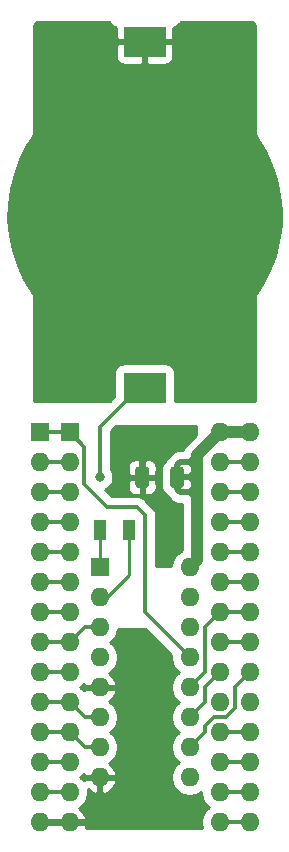
<source format=gtl>
%TF.GenerationSoftware,KiCad,Pcbnew,(5.1.9)-1*%
%TF.CreationDate,2021-05-18T21:14:00+08:00*%
%TF.ProjectId,SmartWatchRedux-E-SMT,536d6172-7457-4617-9463-685265647578,rev?*%
%TF.SameCoordinates,Original*%
%TF.FileFunction,Copper,L1,Top*%
%TF.FilePolarity,Positive*%
%FSLAX46Y46*%
G04 Gerber Fmt 4.6, Leading zero omitted, Abs format (unit mm)*
G04 Created by KiCad (PCBNEW (5.1.9)-1) date 2021-05-18 21:14:00*
%MOMM*%
%LPD*%
G01*
G04 APERTURE LIST*
%TA.AperFunction,SMDPad,CuDef*%
%ADD10R,1.000000X1.800000*%
%TD*%
%TA.AperFunction,SMDPad,CuDef*%
%ADD11R,3.600000X2.600000*%
%TD*%
%TA.AperFunction,ComponentPad*%
%ADD12O,1.600000X1.600000*%
%TD*%
%TA.AperFunction,ComponentPad*%
%ADD13R,1.600000X1.600000*%
%TD*%
%TA.AperFunction,ViaPad*%
%ADD14C,0.800000*%
%TD*%
%TA.AperFunction,Conductor*%
%ADD15C,0.350000*%
%TD*%
%TA.AperFunction,Conductor*%
%ADD16C,0.500000*%
%TD*%
%TA.AperFunction,Conductor*%
%ADD17C,1.000000*%
%TD*%
%TA.AperFunction,Conductor*%
%ADD18C,0.250000*%
%TD*%
%TA.AperFunction,Conductor*%
%ADD19C,0.254000*%
%TD*%
%TA.AperFunction,Conductor*%
%ADD20C,0.100000*%
%TD*%
G04 APERTURE END LIST*
D10*
%TO.P,Y1,2*%
%TO.N,/XTAL2*%
X115550000Y-71755000D03*
%TO.P,Y1,1*%
%TO.N,/XTAL1*%
X113050000Y-71755000D03*
%TD*%
D11*
%TO.P,BAT1,1*%
%TO.N,Net-(BAT1-Pad1)*%
X116840000Y-59735000D03*
%TO.P,BAT1,2*%
%TO.N,GND*%
X116840000Y-30435000D03*
%TD*%
%TO.P,C1,2*%
%TO.N,GND*%
%TA.AperFunction,SMDPad,CuDef*%
G36*
G01*
X117210000Y-66659999D02*
X117210000Y-67960001D01*
G75*
G02*
X116960001Y-68210000I-249999J0D01*
G01*
X116309999Y-68210000D01*
G75*
G02*
X116060000Y-67960001I0J249999D01*
G01*
X116060000Y-66659999D01*
G75*
G02*
X116309999Y-66410000I249999J0D01*
G01*
X116960001Y-66410000D01*
G75*
G02*
X117210000Y-66659999I0J-249999D01*
G01*
G37*
%TD.AperFunction*%
%TO.P,C1,1*%
%TO.N,VCC*%
%TA.AperFunction,SMDPad,CuDef*%
G36*
G01*
X120160000Y-66659999D02*
X120160000Y-67960001D01*
G75*
G02*
X119910001Y-68210000I-249999J0D01*
G01*
X119259999Y-68210000D01*
G75*
G02*
X119010000Y-67960001I0J249999D01*
G01*
X119010000Y-66659999D01*
G75*
G02*
X119259999Y-66410000I249999J0D01*
G01*
X119910001Y-66410000D01*
G75*
G02*
X120160000Y-66659999I0J-249999D01*
G01*
G37*
%TD.AperFunction*%
%TD*%
D12*
%TO.P,CN1,28*%
%TO.N,VCC*%
X123190000Y-63500000D03*
%TO.P,CN1,14*%
%TO.N,GND*%
X107950000Y-96520000D03*
%TO.P,CN1,27*%
%TO.N,Net-(CN1-Pad27)*%
X123190000Y-66040000D03*
%TO.P,CN1,13*%
%TO.N,Net-(CN1-Pad13)*%
X107950000Y-93980000D03*
%TO.P,CN1,26*%
%TO.N,Net-(CN1-Pad26)*%
X123190000Y-68580000D03*
%TO.P,CN1,12*%
%TO.N,Net-(CN1-Pad12)*%
X107950000Y-91440000D03*
%TO.P,CN1,25*%
%TO.N,Net-(CN1-Pad25)*%
X123190000Y-71120000D03*
%TO.P,CN1,11*%
%TO.N,Net-(CN1-Pad11)*%
X107950000Y-88900000D03*
%TO.P,CN1,24*%
%TO.N,Net-(CN1-Pad24)*%
X123190000Y-73660000D03*
%TO.P,CN1,10*%
%TO.N,Net-(CN1-Pad10)*%
X107950000Y-86360000D03*
%TO.P,CN1,23*%
%TO.N,Net-(CN1-Pad23)*%
X123190000Y-76200000D03*
%TO.P,CN1,9*%
%TO.N,Net-(CN1-Pad9)*%
X107950000Y-83820000D03*
%TO.P,CN1,22*%
%TO.N,Net-(CN1-Pad22)*%
X123190000Y-78740000D03*
%TO.P,CN1,8*%
%TO.N,Net-(CN1-Pad8)*%
X107950000Y-81280000D03*
%TO.P,CN1,21*%
%TO.N,Net-(CN1-Pad21)*%
X123190000Y-81280000D03*
%TO.P,CN1,7*%
%TO.N,Net-(CN1-Pad7)*%
X107950000Y-78740000D03*
%TO.P,CN1,20*%
%TO.N,Net-(CN1-Pad20)*%
X123190000Y-83820000D03*
%TO.P,CN1,6*%
%TO.N,Net-(CN1-Pad6)*%
X107950000Y-76200000D03*
%TO.P,CN1,19*%
%TO.N,Net-(CN1-Pad19)*%
X123190000Y-86360000D03*
%TO.P,CN1,5*%
%TO.N,Net-(CN1-Pad5)*%
X107950000Y-73660000D03*
%TO.P,CN1,18*%
%TO.N,Net-(CN1-Pad18)*%
X123190000Y-88900000D03*
%TO.P,CN1,4*%
%TO.N,Net-(CN1-Pad4)*%
X107950000Y-71120000D03*
%TO.P,CN1,17*%
%TO.N,Net-(CN1-Pad17)*%
X123190000Y-91440000D03*
%TO.P,CN1,3*%
%TO.N,Net-(CN1-Pad3)*%
X107950000Y-68580000D03*
%TO.P,CN1,16*%
%TO.N,Net-(CN1-Pad16)*%
X123190000Y-93980000D03*
%TO.P,CN1,2*%
%TO.N,Net-(CN1-Pad2)*%
X107950000Y-66040000D03*
%TO.P,CN1,15*%
%TO.N,Net-(CN1-Pad15)*%
X123190000Y-96520000D03*
D13*
%TO.P,CN1,1*%
%TO.N,Net-(CN1-Pad1)*%
X107950000Y-63500000D03*
%TD*%
D12*
%TO.P,U1,28*%
%TO.N,VCC*%
X125730000Y-63500000D03*
%TO.P,U1,14*%
%TO.N,GND*%
X110490000Y-96520000D03*
%TO.P,U1,27*%
%TO.N,Net-(CN1-Pad27)*%
X125730000Y-66040000D03*
%TO.P,U1,13*%
%TO.N,Net-(CN1-Pad13)*%
X110490000Y-93980000D03*
%TO.P,U1,26*%
%TO.N,Net-(CN1-Pad26)*%
X125730000Y-68580000D03*
%TO.P,U1,12*%
%TO.N,Net-(CN1-Pad12)*%
X110490000Y-91440000D03*
%TO.P,U1,25*%
%TO.N,Net-(CN1-Pad25)*%
X125730000Y-71120000D03*
%TO.P,U1,11*%
%TO.N,Net-(CN1-Pad11)*%
X110490000Y-88900000D03*
%TO.P,U1,24*%
%TO.N,Net-(CN1-Pad24)*%
X125730000Y-73660000D03*
%TO.P,U1,10*%
%TO.N,Net-(CN1-Pad10)*%
X110490000Y-86360000D03*
%TO.P,U1,23*%
%TO.N,Net-(CN1-Pad23)*%
X125730000Y-76200000D03*
%TO.P,U1,9*%
%TO.N,Net-(CN1-Pad9)*%
X110490000Y-83820000D03*
%TO.P,U1,22*%
%TO.N,Net-(CN1-Pad22)*%
X125730000Y-78740000D03*
%TO.P,U1,8*%
%TO.N,Net-(CN1-Pad8)*%
X110490000Y-81280000D03*
%TO.P,U1,21*%
%TO.N,Net-(CN1-Pad21)*%
X125730000Y-81280000D03*
%TO.P,U1,7*%
%TO.N,Net-(CN1-Pad7)*%
X110490000Y-78740000D03*
%TO.P,U1,20*%
%TO.N,Net-(U1-Pad20)*%
X125730000Y-83820000D03*
%TO.P,U1,6*%
%TO.N,Net-(CN1-Pad6)*%
X110490000Y-76200000D03*
%TO.P,U1,19*%
%TO.N,Net-(CN1-Pad19)*%
X125730000Y-86360000D03*
%TO.P,U1,5*%
%TO.N,Net-(CN1-Pad5)*%
X110490000Y-73660000D03*
%TO.P,U1,18*%
%TO.N,Net-(CN1-Pad18)*%
X125730000Y-88900000D03*
%TO.P,U1,4*%
%TO.N,Net-(CN1-Pad4)*%
X110490000Y-71120000D03*
%TO.P,U1,17*%
%TO.N,Net-(CN1-Pad17)*%
X125730000Y-91440000D03*
%TO.P,U1,3*%
%TO.N,Net-(CN1-Pad3)*%
X110490000Y-68580000D03*
%TO.P,U1,16*%
%TO.N,Net-(CN1-Pad16)*%
X125730000Y-93980000D03*
%TO.P,U1,2*%
%TO.N,Net-(CN1-Pad2)*%
X110490000Y-66040000D03*
%TO.P,U1,15*%
%TO.N,Net-(CN1-Pad15)*%
X125730000Y-96520000D03*
D13*
%TO.P,U1,1*%
%TO.N,Net-(CN1-Pad1)*%
X110490000Y-63500000D03*
%TD*%
D12*
%TO.P,U2,16*%
%TO.N,VCC*%
X120650000Y-74930000D03*
%TO.P,U2,8*%
%TO.N,GND*%
X113030000Y-92710000D03*
%TO.P,U2,15*%
%TO.N,Net-(U2-Pad15)*%
X120650000Y-77470000D03*
%TO.P,U2,7*%
%TO.N,Net-(CN1-Pad11)*%
X113030000Y-90170000D03*
%TO.P,U2,14*%
%TO.N,GND*%
X120650000Y-80010000D03*
%TO.P,U2,6*%
%TO.N,Net-(CN1-Pad10)*%
X113030000Y-87630000D03*
%TO.P,U2,13*%
%TO.N,Net-(CN1-Pad1)*%
X120650000Y-82550000D03*
%TO.P,U2,5*%
%TO.N,GND*%
X113030000Y-85090000D03*
%TO.P,U2,12*%
%TO.N,Net-(CN1-Pad22)*%
X120650000Y-85090000D03*
%TO.P,U2,4*%
%TO.N,Net-(BAT1-Pad1)*%
X113030000Y-82550000D03*
%TO.P,U2,11*%
%TO.N,Net-(CN1-Pad20)*%
X120650000Y-87630000D03*
%TO.P,U2,3*%
%TO.N,Net-(CN1-Pad8)*%
X113030000Y-80010000D03*
%TO.P,U2,10*%
%TO.N,Net-(U1-Pad20)*%
X120650000Y-90170000D03*
%TO.P,U2,2*%
%TO.N,/XTAL2*%
X113030000Y-77470000D03*
%TO.P,U2,9*%
%TO.N,Net-(U2-Pad15)*%
X120650000Y-92710000D03*
D13*
%TO.P,U2,1*%
%TO.N,/XTAL1*%
X113030000Y-74930000D03*
%TD*%
D14*
%TO.N,Net-(BAT1-Pad1)*%
X113030000Y-67310000D03*
%TO.N,GND*%
X114935000Y-64770000D03*
X116840000Y-64770000D03*
X118745000Y-64770000D03*
X112395000Y-96520000D03*
X118745000Y-73660000D03*
X114935000Y-67310000D03*
X113030000Y-94615000D03*
X116840000Y-55245000D03*
X123190000Y-55245000D03*
X120015000Y-55245000D03*
X113665000Y-55245000D03*
X110490000Y-55245000D03*
X118745000Y-71755000D03*
X118745000Y-69850000D03*
X113665000Y-96520000D03*
%TD*%
D15*
%TO.N,Net-(BAT1-Pad1)*%
X116840000Y-59207400D02*
X116840000Y-59055000D01*
X113030000Y-63017400D02*
X116840000Y-59207400D01*
X113030000Y-67310000D02*
X113030000Y-63017400D01*
D16*
%TO.N,GND*%
X107950000Y-96520000D02*
X110490000Y-96520000D01*
X114935000Y-64770000D02*
X116840000Y-64770000D01*
X116840000Y-64770000D02*
X118745000Y-64770000D01*
X110490000Y-96520000D02*
X112395000Y-96520000D01*
X114935000Y-64770000D02*
X114935000Y-67310000D01*
X113030000Y-92710000D02*
X113030000Y-94615000D01*
X116635000Y-64975000D02*
X116840000Y-64770000D01*
X116635000Y-67310000D02*
X116635000Y-64975000D01*
X116840000Y-30435000D02*
X116840000Y-55245000D01*
X120015000Y-55245000D02*
X123190000Y-55245000D01*
X116840000Y-55245000D02*
X120015000Y-55245000D01*
X116840000Y-55245000D02*
X113665000Y-55245000D01*
X113665000Y-55245000D02*
X110490000Y-55245000D01*
X118745000Y-71755000D02*
X118745000Y-73660000D01*
X118745000Y-71755000D02*
X118745000Y-69850000D01*
X118745000Y-69850000D02*
X118745000Y-69215000D01*
X112395000Y-96520000D02*
X113665000Y-96520000D01*
%TO.N,VCC*%
X120650000Y-66040000D02*
X121285000Y-65405000D01*
D17*
X121285000Y-66040000D02*
X121285000Y-65405000D01*
D16*
X120650000Y-66040000D02*
X121285000Y-66040000D01*
X120650000Y-66040000D02*
X121285000Y-66675000D01*
D17*
X121285000Y-66675000D02*
X121285000Y-66040000D01*
X121285000Y-67310000D02*
X121285000Y-66675000D01*
X121285000Y-67945000D02*
X121285000Y-67310000D01*
X121285000Y-68580000D02*
X121285000Y-67945000D01*
D16*
X120650000Y-67310000D02*
X121285000Y-67945000D01*
X120650000Y-67310000D02*
X121285000Y-67310000D01*
X120650000Y-67310000D02*
X121285000Y-66675000D01*
X120650000Y-68580000D02*
X121285000Y-67945000D01*
X120650000Y-68580000D02*
X121285000Y-68580000D01*
X120650000Y-68580000D02*
X121285000Y-69215000D01*
D17*
X121285000Y-69215000D02*
X121285000Y-68580000D01*
D16*
X121285000Y-67310000D02*
X119585000Y-67310000D01*
X119585000Y-68340500D02*
X119585000Y-67310000D01*
X119824500Y-68580000D02*
X119585000Y-68340500D01*
X120650000Y-68580000D02*
X119824500Y-68580000D01*
X119585000Y-66279500D02*
X119585000Y-67310000D01*
X119824500Y-66040000D02*
X119585000Y-66279500D01*
X120650000Y-66040000D02*
X119824500Y-66040000D01*
D17*
X121285000Y-65405000D02*
X123190000Y-63500000D01*
X123190000Y-63500000D02*
X125730000Y-63500000D01*
X121285000Y-74295000D02*
X120650000Y-74930000D01*
X121285000Y-69215000D02*
X121285000Y-74295000D01*
D15*
%TO.N,Net-(CN1-Pad27)*%
X123190000Y-66040000D02*
X125730000Y-66040000D01*
%TO.N,Net-(CN1-Pad13)*%
X110490000Y-93980000D02*
X107950000Y-93980000D01*
%TO.N,Net-(CN1-Pad26)*%
X125730000Y-68580000D02*
X123190000Y-68580000D01*
%TO.N,Net-(CN1-Pad12)*%
X107950000Y-91440000D02*
X110490000Y-91440000D01*
%TO.N,Net-(CN1-Pad25)*%
X123190000Y-71120000D02*
X125730000Y-71120000D01*
%TO.N,Net-(CN1-Pad11)*%
X110490000Y-88900000D02*
X107950000Y-88900000D01*
X111760000Y-90170000D02*
X110490000Y-88900000D01*
X113030000Y-90170000D02*
X111760000Y-90170000D01*
%TO.N,Net-(CN1-Pad24)*%
X125730000Y-73660000D02*
X123190000Y-73660000D01*
%TO.N,Net-(CN1-Pad10)*%
X107950000Y-86360000D02*
X110490000Y-86360000D01*
X111760000Y-87630000D02*
X110490000Y-86360000D01*
X113030000Y-87630000D02*
X111760000Y-87630000D01*
%TO.N,Net-(CN1-Pad23)*%
X123190000Y-76200000D02*
X125730000Y-76200000D01*
%TO.N,Net-(CN1-Pad9)*%
X110490000Y-83820000D02*
X107950000Y-83820000D01*
%TO.N,Net-(CN1-Pad22)*%
X125730000Y-78740000D02*
X123190000Y-78740000D01*
X121920000Y-80010000D02*
X123190000Y-78740000D01*
X121920000Y-83820000D02*
X121920000Y-80010000D01*
X120650000Y-85090000D02*
X121920000Y-83820000D01*
%TO.N,Net-(CN1-Pad8)*%
X107950000Y-81280000D02*
X110490000Y-81280000D01*
X111760000Y-80010000D02*
X110490000Y-81280000D01*
X113030000Y-80010000D02*
X111760000Y-80010000D01*
%TO.N,Net-(CN1-Pad21)*%
X125730000Y-81280000D02*
X123190000Y-81280000D01*
%TO.N,Net-(CN1-Pad7)*%
X110490000Y-78740000D02*
X107950000Y-78740000D01*
%TO.N,Net-(CN1-Pad20)*%
X121920000Y-85090000D02*
X123190000Y-83820000D01*
X121920000Y-86360000D02*
X121920000Y-85090000D01*
X120650000Y-87630000D02*
X121920000Y-86360000D01*
%TO.N,Net-(CN1-Pad6)*%
X107950000Y-76200000D02*
X110490000Y-76200000D01*
%TO.N,Net-(CN1-Pad5)*%
X110490000Y-73660000D02*
X107950000Y-73660000D01*
%TO.N,Net-(CN1-Pad18)*%
X125730000Y-88900000D02*
X123190000Y-88900000D01*
%TO.N,Net-(CN1-Pad4)*%
X107950000Y-71120000D02*
X110490000Y-71120000D01*
%TO.N,Net-(CN1-Pad17)*%
X123190000Y-91440000D02*
X125730000Y-91440000D01*
%TO.N,Net-(CN1-Pad3)*%
X110490000Y-68580000D02*
X107950000Y-68580000D01*
%TO.N,Net-(CN1-Pad16)*%
X125730000Y-93980000D02*
X123190000Y-93980000D01*
%TO.N,Net-(CN1-Pad2)*%
X107950000Y-66040000D02*
X110490000Y-66040000D01*
%TO.N,Net-(CN1-Pad15)*%
X123190000Y-96520000D02*
X125730000Y-96520000D01*
%TO.N,Net-(CN1-Pad1)*%
X110490000Y-63500000D02*
X107950000Y-63500000D01*
X116840000Y-78740000D02*
X120650000Y-82550000D01*
X113665000Y-69850000D02*
X116205000Y-69850000D01*
X116840000Y-70485000D02*
X116840000Y-78740000D01*
X116205000Y-69850000D02*
X116840000Y-70485000D01*
X111715001Y-67900001D02*
X113665000Y-69850000D01*
X111715001Y-64725001D02*
X111715001Y-67900001D01*
X110490000Y-63500000D02*
X111715001Y-64725001D01*
%TO.N,Net-(U1-Pad20)*%
X124504999Y-85045001D02*
X125730000Y-83820000D01*
X123733002Y-87630000D02*
X124504999Y-86858003D01*
X124504999Y-86858003D02*
X124504999Y-85045001D01*
X121920000Y-88401997D02*
X121920000Y-88900000D01*
X120650000Y-90170000D02*
X121920000Y-88900000D01*
X122691997Y-87630000D02*
X123733002Y-87630000D01*
X121920000Y-88401997D02*
X122691997Y-87630000D01*
D18*
%TO.N,/XTAL2*%
X113665000Y-77470000D02*
X113030000Y-77470000D01*
X115550000Y-75585000D02*
X113665000Y-77470000D01*
X115550000Y-71755000D02*
X115550000Y-75585000D01*
%TO.N,/XTAL1*%
X113030000Y-71755000D02*
X113030000Y-74930000D01*
%TD*%
D19*
%TO.N,GND*%
X121158000Y-63747263D02*
X120436470Y-64468794D01*
X120388315Y-64508314D01*
X120230608Y-64700478D01*
X120113423Y-64919717D01*
X120080575Y-65028000D01*
X119874200Y-65028000D01*
X119824499Y-65023105D01*
X119774798Y-65028000D01*
X119774789Y-65028000D01*
X119626113Y-65042643D01*
X119435351Y-65100511D01*
X119259543Y-65194482D01*
X119105446Y-65320946D01*
X119073754Y-65359562D01*
X118904559Y-65528757D01*
X118865946Y-65560446D01*
X118739482Y-65714543D01*
X118677564Y-65830384D01*
X118541801Y-65941801D01*
X118415488Y-66095715D01*
X118321628Y-66271313D01*
X118263830Y-66461849D01*
X118244314Y-66659999D01*
X118244314Y-67960001D01*
X118263830Y-68158151D01*
X118321628Y-68348687D01*
X118415488Y-68524285D01*
X118541801Y-68678199D01*
X118677564Y-68789616D01*
X118739482Y-68905457D01*
X118865946Y-69059554D01*
X118904559Y-69091243D01*
X119073754Y-69260438D01*
X119105446Y-69299054D01*
X119259543Y-69425518D01*
X119435351Y-69519489D01*
X119626113Y-69577357D01*
X119774789Y-69592000D01*
X119774798Y-69592000D01*
X119824499Y-69596895D01*
X119874200Y-69592000D01*
X120023000Y-69592000D01*
X120023001Y-73499014D01*
X119910115Y-73545773D01*
X119654283Y-73716715D01*
X119436715Y-73934283D01*
X119265773Y-74190115D01*
X119148027Y-74474381D01*
X119088000Y-74776156D01*
X119088000Y-74803000D01*
X117777000Y-74803000D01*
X117777000Y-70531017D01*
X117781532Y-70485000D01*
X117777000Y-70438983D01*
X117777000Y-70438975D01*
X117763442Y-70301316D01*
X117709863Y-70124691D01*
X117622856Y-69961912D01*
X117505764Y-69819236D01*
X117470018Y-69789900D01*
X116900105Y-69219988D01*
X116870764Y-69184236D01*
X116728088Y-69067144D01*
X116565309Y-68980137D01*
X116388684Y-68926558D01*
X116251025Y-68913000D01*
X116251015Y-68913000D01*
X116205000Y-68908468D01*
X116158985Y-68913000D01*
X114053118Y-68913000D01*
X113509317Y-68369200D01*
X113580413Y-68339751D01*
X113770732Y-68212584D01*
X113773316Y-68210000D01*
X115421928Y-68210000D01*
X115434188Y-68334482D01*
X115470498Y-68454180D01*
X115529463Y-68564494D01*
X115608815Y-68661185D01*
X115705506Y-68740537D01*
X115815820Y-68799502D01*
X115935518Y-68835812D01*
X116060000Y-68848072D01*
X116349250Y-68845000D01*
X116508000Y-68686250D01*
X116508000Y-67437000D01*
X116762000Y-67437000D01*
X116762000Y-68686250D01*
X116920750Y-68845000D01*
X117210000Y-68848072D01*
X117334482Y-68835812D01*
X117454180Y-68799502D01*
X117564494Y-68740537D01*
X117661185Y-68661185D01*
X117740537Y-68564494D01*
X117799502Y-68454180D01*
X117835812Y-68334482D01*
X117848072Y-68210000D01*
X117845000Y-67595750D01*
X117686250Y-67437000D01*
X116762000Y-67437000D01*
X116508000Y-67437000D01*
X115583750Y-67437000D01*
X115425000Y-67595750D01*
X115421928Y-68210000D01*
X113773316Y-68210000D01*
X113932584Y-68050732D01*
X114059751Y-67860413D01*
X114147345Y-67648943D01*
X114192000Y-67424447D01*
X114192000Y-67195553D01*
X114147345Y-66971057D01*
X114059751Y-66759587D01*
X113967000Y-66620775D01*
X113967000Y-66410000D01*
X115421928Y-66410000D01*
X115425000Y-67024250D01*
X115583750Y-67183000D01*
X116508000Y-67183000D01*
X116508000Y-65933750D01*
X116762000Y-65933750D01*
X116762000Y-67183000D01*
X117686250Y-67183000D01*
X117845000Y-67024250D01*
X117848072Y-66410000D01*
X117835812Y-66285518D01*
X117799502Y-66165820D01*
X117740537Y-66055506D01*
X117661185Y-65958815D01*
X117564494Y-65879463D01*
X117454180Y-65820498D01*
X117334482Y-65784188D01*
X117210000Y-65771928D01*
X116920750Y-65775000D01*
X116762000Y-65933750D01*
X116508000Y-65933750D01*
X116349250Y-65775000D01*
X116060000Y-65771928D01*
X115935518Y-65784188D01*
X115815820Y-65820498D01*
X115705506Y-65879463D01*
X115608815Y-65958815D01*
X115529463Y-66055506D01*
X115470498Y-66165820D01*
X115434188Y-66285518D01*
X115421928Y-66410000D01*
X113967000Y-66410000D01*
X113967000Y-63405517D01*
X114380517Y-62992000D01*
X121158000Y-62992000D01*
X121158000Y-63747263D01*
%TA.AperFunction,Conductor*%
D20*
G36*
X121158000Y-63747263D02*
G01*
X120436470Y-64468794D01*
X120388315Y-64508314D01*
X120230608Y-64700478D01*
X120113423Y-64919717D01*
X120080575Y-65028000D01*
X119874200Y-65028000D01*
X119824499Y-65023105D01*
X119774798Y-65028000D01*
X119774789Y-65028000D01*
X119626113Y-65042643D01*
X119435351Y-65100511D01*
X119259543Y-65194482D01*
X119105446Y-65320946D01*
X119073754Y-65359562D01*
X118904559Y-65528757D01*
X118865946Y-65560446D01*
X118739482Y-65714543D01*
X118677564Y-65830384D01*
X118541801Y-65941801D01*
X118415488Y-66095715D01*
X118321628Y-66271313D01*
X118263830Y-66461849D01*
X118244314Y-66659999D01*
X118244314Y-67960001D01*
X118263830Y-68158151D01*
X118321628Y-68348687D01*
X118415488Y-68524285D01*
X118541801Y-68678199D01*
X118677564Y-68789616D01*
X118739482Y-68905457D01*
X118865946Y-69059554D01*
X118904559Y-69091243D01*
X119073754Y-69260438D01*
X119105446Y-69299054D01*
X119259543Y-69425518D01*
X119435351Y-69519489D01*
X119626113Y-69577357D01*
X119774789Y-69592000D01*
X119774798Y-69592000D01*
X119824499Y-69596895D01*
X119874200Y-69592000D01*
X120023000Y-69592000D01*
X120023001Y-73499014D01*
X119910115Y-73545773D01*
X119654283Y-73716715D01*
X119436715Y-73934283D01*
X119265773Y-74190115D01*
X119148027Y-74474381D01*
X119088000Y-74776156D01*
X119088000Y-74803000D01*
X117777000Y-74803000D01*
X117777000Y-70531017D01*
X117781532Y-70485000D01*
X117777000Y-70438983D01*
X117777000Y-70438975D01*
X117763442Y-70301316D01*
X117709863Y-70124691D01*
X117622856Y-69961912D01*
X117505764Y-69819236D01*
X117470018Y-69789900D01*
X116900105Y-69219988D01*
X116870764Y-69184236D01*
X116728088Y-69067144D01*
X116565309Y-68980137D01*
X116388684Y-68926558D01*
X116251025Y-68913000D01*
X116251015Y-68913000D01*
X116205000Y-68908468D01*
X116158985Y-68913000D01*
X114053118Y-68913000D01*
X113509317Y-68369200D01*
X113580413Y-68339751D01*
X113770732Y-68212584D01*
X113773316Y-68210000D01*
X115421928Y-68210000D01*
X115434188Y-68334482D01*
X115470498Y-68454180D01*
X115529463Y-68564494D01*
X115608815Y-68661185D01*
X115705506Y-68740537D01*
X115815820Y-68799502D01*
X115935518Y-68835812D01*
X116060000Y-68848072D01*
X116349250Y-68845000D01*
X116508000Y-68686250D01*
X116508000Y-67437000D01*
X116762000Y-67437000D01*
X116762000Y-68686250D01*
X116920750Y-68845000D01*
X117210000Y-68848072D01*
X117334482Y-68835812D01*
X117454180Y-68799502D01*
X117564494Y-68740537D01*
X117661185Y-68661185D01*
X117740537Y-68564494D01*
X117799502Y-68454180D01*
X117835812Y-68334482D01*
X117848072Y-68210000D01*
X117845000Y-67595750D01*
X117686250Y-67437000D01*
X116762000Y-67437000D01*
X116508000Y-67437000D01*
X115583750Y-67437000D01*
X115425000Y-67595750D01*
X115421928Y-68210000D01*
X113773316Y-68210000D01*
X113932584Y-68050732D01*
X114059751Y-67860413D01*
X114147345Y-67648943D01*
X114192000Y-67424447D01*
X114192000Y-67195553D01*
X114147345Y-66971057D01*
X114059751Y-66759587D01*
X113967000Y-66620775D01*
X113967000Y-66410000D01*
X115421928Y-66410000D01*
X115425000Y-67024250D01*
X115583750Y-67183000D01*
X116508000Y-67183000D01*
X116508000Y-65933750D01*
X116762000Y-65933750D01*
X116762000Y-67183000D01*
X117686250Y-67183000D01*
X117845000Y-67024250D01*
X117848072Y-66410000D01*
X117835812Y-66285518D01*
X117799502Y-66165820D01*
X117740537Y-66055506D01*
X117661185Y-65958815D01*
X117564494Y-65879463D01*
X117454180Y-65820498D01*
X117334482Y-65784188D01*
X117210000Y-65771928D01*
X116920750Y-65775000D01*
X116762000Y-65933750D01*
X116508000Y-65933750D01*
X116349250Y-65775000D01*
X116060000Y-65771928D01*
X115935518Y-65784188D01*
X115815820Y-65820498D01*
X115705506Y-65879463D01*
X115608815Y-65958815D01*
X115529463Y-66055506D01*
X115470498Y-66165820D01*
X115434188Y-66285518D01*
X115421928Y-66410000D01*
X113967000Y-66410000D01*
X113967000Y-63405517D01*
X114380517Y-62992000D01*
X121158000Y-62992000D01*
X121158000Y-63747263D01*
G37*
%TD.AperFunction*%
%TD*%
D19*
%TO.N,GND*%
X119101777Y-82326895D02*
X119088000Y-82396156D01*
X119088000Y-82703844D01*
X119148027Y-83005619D01*
X119265773Y-83289885D01*
X119436715Y-83545717D01*
X119654283Y-83763285D01*
X119739163Y-83820000D01*
X119654283Y-83876715D01*
X119436715Y-84094283D01*
X119265773Y-84350115D01*
X119148027Y-84634381D01*
X119088000Y-84936156D01*
X119088000Y-85243844D01*
X119148027Y-85545619D01*
X119265773Y-85829885D01*
X119436715Y-86085717D01*
X119654283Y-86303285D01*
X119739163Y-86360000D01*
X119654283Y-86416715D01*
X119436715Y-86634283D01*
X119265773Y-86890115D01*
X119148027Y-87174381D01*
X119088000Y-87476156D01*
X119088000Y-87783844D01*
X119148027Y-88085619D01*
X119265773Y-88369885D01*
X119436715Y-88625717D01*
X119654283Y-88843285D01*
X119739163Y-88900000D01*
X119654283Y-88956715D01*
X119436715Y-89174283D01*
X119265773Y-89430115D01*
X119148027Y-89714381D01*
X119088000Y-90016156D01*
X119088000Y-90323844D01*
X119148027Y-90625619D01*
X119265773Y-90909885D01*
X119436715Y-91165717D01*
X119654283Y-91383285D01*
X119739163Y-91440000D01*
X119654283Y-91496715D01*
X119436715Y-91714283D01*
X119265773Y-91970115D01*
X119148027Y-92254381D01*
X119088000Y-92556156D01*
X119088000Y-92863844D01*
X119148027Y-93165619D01*
X119265773Y-93449885D01*
X119436715Y-93705717D01*
X119654283Y-93923285D01*
X119910115Y-94094227D01*
X120194381Y-94211973D01*
X120496156Y-94272000D01*
X120803844Y-94272000D01*
X121105619Y-94211973D01*
X121389885Y-94094227D01*
X121628000Y-93935123D01*
X121628000Y-94133844D01*
X121688027Y-94435619D01*
X121805773Y-94719885D01*
X121976715Y-94975717D01*
X122194283Y-95193285D01*
X122279163Y-95250000D01*
X122194283Y-95306715D01*
X121976715Y-95524283D01*
X121805773Y-95780115D01*
X121688027Y-96064381D01*
X121628000Y-96366156D01*
X121628000Y-96673844D01*
X121688027Y-96975619D01*
X121699369Y-97003000D01*
X111841272Y-97003000D01*
X111881904Y-96869039D01*
X111759915Y-96647000D01*
X110617000Y-96647000D01*
X110617000Y-96667000D01*
X110363000Y-96667000D01*
X110363000Y-96647000D01*
X109220085Y-96647000D01*
X109220000Y-96647155D01*
X109219915Y-96647000D01*
X108077000Y-96647000D01*
X108077000Y-96667000D01*
X107823000Y-96667000D01*
X107823000Y-96647000D01*
X107803000Y-96647000D01*
X107803000Y-96393000D01*
X107823000Y-96393000D01*
X107823000Y-96373000D01*
X108077000Y-96373000D01*
X108077000Y-96393000D01*
X109219915Y-96393000D01*
X109220000Y-96392845D01*
X109220085Y-96393000D01*
X110363000Y-96393000D01*
X110363000Y-96373000D01*
X110617000Y-96373000D01*
X110617000Y-96393000D01*
X111759915Y-96393000D01*
X111881904Y-96170961D01*
X111841246Y-96036913D01*
X111721037Y-95782580D01*
X111553519Y-95556586D01*
X111345131Y-95367615D01*
X111281725Y-95329588D01*
X111485717Y-95193285D01*
X111703285Y-94975717D01*
X111874227Y-94719885D01*
X111991973Y-94435619D01*
X112052000Y-94133844D01*
X112052000Y-93826156D01*
X112033752Y-93734417D01*
X112174869Y-93862385D01*
X112416119Y-94007070D01*
X112680960Y-94101909D01*
X112903000Y-93980624D01*
X112903000Y-92837000D01*
X113157000Y-92837000D01*
X113157000Y-93980624D01*
X113379040Y-94101909D01*
X113643881Y-94007070D01*
X113885131Y-93862385D01*
X114093519Y-93673414D01*
X114261037Y-93447420D01*
X114381246Y-93193087D01*
X114421904Y-93059039D01*
X114299915Y-92837000D01*
X113157000Y-92837000D01*
X112903000Y-92837000D01*
X111760085Y-92837000D01*
X111687719Y-92968717D01*
X111485717Y-92766715D01*
X111400837Y-92710000D01*
X111485717Y-92653285D01*
X111687719Y-92451283D01*
X111760085Y-92583000D01*
X112903000Y-92583000D01*
X112903000Y-92563000D01*
X113157000Y-92563000D01*
X113157000Y-92583000D01*
X114299915Y-92583000D01*
X114421904Y-92360961D01*
X114381246Y-92226913D01*
X114261037Y-91972580D01*
X114093519Y-91746586D01*
X113885131Y-91557615D01*
X113821725Y-91519588D01*
X114025717Y-91383285D01*
X114243285Y-91165717D01*
X114414227Y-90909885D01*
X114531973Y-90625619D01*
X114592000Y-90323844D01*
X114592000Y-90016156D01*
X114531973Y-89714381D01*
X114414227Y-89430115D01*
X114243285Y-89174283D01*
X114025717Y-88956715D01*
X113940837Y-88900000D01*
X114025717Y-88843285D01*
X114243285Y-88625717D01*
X114414227Y-88369885D01*
X114531973Y-88085619D01*
X114592000Y-87783844D01*
X114592000Y-87476156D01*
X114531973Y-87174381D01*
X114414227Y-86890115D01*
X114243285Y-86634283D01*
X114025717Y-86416715D01*
X113821725Y-86280412D01*
X113885131Y-86242385D01*
X114093519Y-86053414D01*
X114261037Y-85827420D01*
X114381246Y-85573087D01*
X114421904Y-85439039D01*
X114299915Y-85217000D01*
X113157000Y-85217000D01*
X113157000Y-85237000D01*
X112903000Y-85237000D01*
X112903000Y-85217000D01*
X111760085Y-85217000D01*
X111687719Y-85348717D01*
X111485717Y-85146715D01*
X111400837Y-85090000D01*
X111485717Y-85033285D01*
X111687719Y-84831283D01*
X111760085Y-84963000D01*
X112903000Y-84963000D01*
X112903000Y-84943000D01*
X113157000Y-84943000D01*
X113157000Y-84963000D01*
X114299915Y-84963000D01*
X114421904Y-84740961D01*
X114381246Y-84606913D01*
X114261037Y-84352580D01*
X114093519Y-84126586D01*
X113885131Y-83937615D01*
X113821725Y-83899588D01*
X114025717Y-83763285D01*
X114243285Y-83545717D01*
X114414227Y-83289885D01*
X114531973Y-83005619D01*
X114592000Y-82703844D01*
X114592000Y-82396156D01*
X114531973Y-82094381D01*
X114414227Y-81810115D01*
X114243285Y-81554283D01*
X114025717Y-81336715D01*
X113940837Y-81280000D01*
X114025717Y-81223285D01*
X114243285Y-81005717D01*
X114414227Y-80749885D01*
X114531973Y-80465619D01*
X114592000Y-80163844D01*
X114592000Y-80137000D01*
X116911883Y-80137000D01*
X119101777Y-82326895D01*
%TA.AperFunction,Conductor*%
D20*
G36*
X119101777Y-82326895D02*
G01*
X119088000Y-82396156D01*
X119088000Y-82703844D01*
X119148027Y-83005619D01*
X119265773Y-83289885D01*
X119436715Y-83545717D01*
X119654283Y-83763285D01*
X119739163Y-83820000D01*
X119654283Y-83876715D01*
X119436715Y-84094283D01*
X119265773Y-84350115D01*
X119148027Y-84634381D01*
X119088000Y-84936156D01*
X119088000Y-85243844D01*
X119148027Y-85545619D01*
X119265773Y-85829885D01*
X119436715Y-86085717D01*
X119654283Y-86303285D01*
X119739163Y-86360000D01*
X119654283Y-86416715D01*
X119436715Y-86634283D01*
X119265773Y-86890115D01*
X119148027Y-87174381D01*
X119088000Y-87476156D01*
X119088000Y-87783844D01*
X119148027Y-88085619D01*
X119265773Y-88369885D01*
X119436715Y-88625717D01*
X119654283Y-88843285D01*
X119739163Y-88900000D01*
X119654283Y-88956715D01*
X119436715Y-89174283D01*
X119265773Y-89430115D01*
X119148027Y-89714381D01*
X119088000Y-90016156D01*
X119088000Y-90323844D01*
X119148027Y-90625619D01*
X119265773Y-90909885D01*
X119436715Y-91165717D01*
X119654283Y-91383285D01*
X119739163Y-91440000D01*
X119654283Y-91496715D01*
X119436715Y-91714283D01*
X119265773Y-91970115D01*
X119148027Y-92254381D01*
X119088000Y-92556156D01*
X119088000Y-92863844D01*
X119148027Y-93165619D01*
X119265773Y-93449885D01*
X119436715Y-93705717D01*
X119654283Y-93923285D01*
X119910115Y-94094227D01*
X120194381Y-94211973D01*
X120496156Y-94272000D01*
X120803844Y-94272000D01*
X121105619Y-94211973D01*
X121389885Y-94094227D01*
X121628000Y-93935123D01*
X121628000Y-94133844D01*
X121688027Y-94435619D01*
X121805773Y-94719885D01*
X121976715Y-94975717D01*
X122194283Y-95193285D01*
X122279163Y-95250000D01*
X122194283Y-95306715D01*
X121976715Y-95524283D01*
X121805773Y-95780115D01*
X121688027Y-96064381D01*
X121628000Y-96366156D01*
X121628000Y-96673844D01*
X121688027Y-96975619D01*
X121699369Y-97003000D01*
X111841272Y-97003000D01*
X111881904Y-96869039D01*
X111759915Y-96647000D01*
X110617000Y-96647000D01*
X110617000Y-96667000D01*
X110363000Y-96667000D01*
X110363000Y-96647000D01*
X109220085Y-96647000D01*
X109220000Y-96647155D01*
X109219915Y-96647000D01*
X108077000Y-96647000D01*
X108077000Y-96667000D01*
X107823000Y-96667000D01*
X107823000Y-96647000D01*
X107803000Y-96647000D01*
X107803000Y-96393000D01*
X107823000Y-96393000D01*
X107823000Y-96373000D01*
X108077000Y-96373000D01*
X108077000Y-96393000D01*
X109219915Y-96393000D01*
X109220000Y-96392845D01*
X109220085Y-96393000D01*
X110363000Y-96393000D01*
X110363000Y-96373000D01*
X110617000Y-96373000D01*
X110617000Y-96393000D01*
X111759915Y-96393000D01*
X111881904Y-96170961D01*
X111841246Y-96036913D01*
X111721037Y-95782580D01*
X111553519Y-95556586D01*
X111345131Y-95367615D01*
X111281725Y-95329588D01*
X111485717Y-95193285D01*
X111703285Y-94975717D01*
X111874227Y-94719885D01*
X111991973Y-94435619D01*
X112052000Y-94133844D01*
X112052000Y-93826156D01*
X112033752Y-93734417D01*
X112174869Y-93862385D01*
X112416119Y-94007070D01*
X112680960Y-94101909D01*
X112903000Y-93980624D01*
X112903000Y-92837000D01*
X113157000Y-92837000D01*
X113157000Y-93980624D01*
X113379040Y-94101909D01*
X113643881Y-94007070D01*
X113885131Y-93862385D01*
X114093519Y-93673414D01*
X114261037Y-93447420D01*
X114381246Y-93193087D01*
X114421904Y-93059039D01*
X114299915Y-92837000D01*
X113157000Y-92837000D01*
X112903000Y-92837000D01*
X111760085Y-92837000D01*
X111687719Y-92968717D01*
X111485717Y-92766715D01*
X111400837Y-92710000D01*
X111485717Y-92653285D01*
X111687719Y-92451283D01*
X111760085Y-92583000D01*
X112903000Y-92583000D01*
X112903000Y-92563000D01*
X113157000Y-92563000D01*
X113157000Y-92583000D01*
X114299915Y-92583000D01*
X114421904Y-92360961D01*
X114381246Y-92226913D01*
X114261037Y-91972580D01*
X114093519Y-91746586D01*
X113885131Y-91557615D01*
X113821725Y-91519588D01*
X114025717Y-91383285D01*
X114243285Y-91165717D01*
X114414227Y-90909885D01*
X114531973Y-90625619D01*
X114592000Y-90323844D01*
X114592000Y-90016156D01*
X114531973Y-89714381D01*
X114414227Y-89430115D01*
X114243285Y-89174283D01*
X114025717Y-88956715D01*
X113940837Y-88900000D01*
X114025717Y-88843285D01*
X114243285Y-88625717D01*
X114414227Y-88369885D01*
X114531973Y-88085619D01*
X114592000Y-87783844D01*
X114592000Y-87476156D01*
X114531973Y-87174381D01*
X114414227Y-86890115D01*
X114243285Y-86634283D01*
X114025717Y-86416715D01*
X113821725Y-86280412D01*
X113885131Y-86242385D01*
X114093519Y-86053414D01*
X114261037Y-85827420D01*
X114381246Y-85573087D01*
X114421904Y-85439039D01*
X114299915Y-85217000D01*
X113157000Y-85217000D01*
X113157000Y-85237000D01*
X112903000Y-85237000D01*
X112903000Y-85217000D01*
X111760085Y-85217000D01*
X111687719Y-85348717D01*
X111485717Y-85146715D01*
X111400837Y-85090000D01*
X111485717Y-85033285D01*
X111687719Y-84831283D01*
X111760085Y-84963000D01*
X112903000Y-84963000D01*
X112903000Y-84943000D01*
X113157000Y-84943000D01*
X113157000Y-84963000D01*
X114299915Y-84963000D01*
X114421904Y-84740961D01*
X114381246Y-84606913D01*
X114261037Y-84352580D01*
X114093519Y-84126586D01*
X113885131Y-83937615D01*
X113821725Y-83899588D01*
X114025717Y-83763285D01*
X114243285Y-83545717D01*
X114414227Y-83289885D01*
X114531973Y-83005619D01*
X114592000Y-82703844D01*
X114592000Y-82396156D01*
X114531973Y-82094381D01*
X114414227Y-81810115D01*
X114243285Y-81554283D01*
X114025717Y-81336715D01*
X113940837Y-81280000D01*
X114025717Y-81223285D01*
X114243285Y-81005717D01*
X114414227Y-80749885D01*
X114531973Y-80465619D01*
X114592000Y-80163844D01*
X114592000Y-80137000D01*
X116911883Y-80137000D01*
X119101777Y-82326895D01*
G37*
%TD.AperFunction*%
%TD*%
D19*
%TO.N,GND*%
X113756181Y-28728562D02*
X113795222Y-28788223D01*
X113802166Y-28796739D01*
X113881162Y-28892229D01*
X113931795Y-28942509D01*
X113981682Y-28993452D01*
X113990148Y-29000457D01*
X114086187Y-29078784D01*
X114145576Y-29118242D01*
X114204455Y-29158558D01*
X114214121Y-29163784D01*
X114323544Y-29221966D01*
X114389493Y-29249149D01*
X114402290Y-29254633D01*
X114405000Y-30149250D01*
X114563750Y-30308000D01*
X116713000Y-30308000D01*
X116713000Y-30288000D01*
X116967000Y-30288000D01*
X116967000Y-30308000D01*
X119116250Y-30308000D01*
X119275000Y-30149250D01*
X119277710Y-29254524D01*
X119289636Y-29249510D01*
X119355685Y-29222825D01*
X119365378Y-29217672D01*
X119365387Y-29217668D01*
X119365394Y-29217663D01*
X119474402Y-29158723D01*
X119533562Y-29118819D01*
X119593223Y-29079778D01*
X119601739Y-29072834D01*
X119697229Y-28993838D01*
X119747509Y-28943205D01*
X119798452Y-28893318D01*
X119805457Y-28884852D01*
X119883784Y-28788813D01*
X119923242Y-28729424D01*
X119924902Y-28727000D01*
X125691509Y-28727000D01*
X125823081Y-28739901D01*
X125912620Y-28766935D01*
X125995200Y-28810843D01*
X126067678Y-28869954D01*
X126127297Y-28942021D01*
X126171780Y-29024290D01*
X126199438Y-29113640D01*
X126213001Y-29242684D01*
X126213000Y-38138653D01*
X126224388Y-38254278D01*
X126269390Y-38402628D01*
X126342468Y-38539348D01*
X126356208Y-38556091D01*
X127029468Y-39665217D01*
X127577504Y-40853533D01*
X127987500Y-42096261D01*
X128254177Y-43377404D01*
X128374110Y-44680506D01*
X128345757Y-45988802D01*
X128169484Y-47285480D01*
X127847553Y-48553873D01*
X127384110Y-49777660D01*
X126781193Y-50948724D01*
X126361643Y-51607285D01*
X126342467Y-51630651D01*
X126269389Y-51767371D01*
X126224387Y-51915721D01*
X126212999Y-52031346D01*
X126212999Y-60833000D01*
X119405686Y-60833000D01*
X119405686Y-58435000D01*
X119390974Y-58285622D01*
X119347402Y-58141985D01*
X119276645Y-58009608D01*
X119181422Y-57893578D01*
X119065392Y-57798355D01*
X118933015Y-57727598D01*
X118789378Y-57684026D01*
X118640000Y-57669314D01*
X115040000Y-57669314D01*
X114890622Y-57684026D01*
X114746985Y-57727598D01*
X114614608Y-57798355D01*
X114498578Y-57893578D01*
X114403355Y-58009608D01*
X114332598Y-58141985D01*
X114289026Y-58285622D01*
X114274314Y-58435000D01*
X114274314Y-60447968D01*
X113889282Y-60833000D01*
X107467001Y-60833000D01*
X107467001Y-52031346D01*
X107455613Y-51915721D01*
X107410611Y-51767371D01*
X107337533Y-51630651D01*
X107323787Y-51613901D01*
X106650532Y-50504784D01*
X106102493Y-49316460D01*
X105692500Y-48073737D01*
X105425823Y-46792596D01*
X105305890Y-45489494D01*
X105334243Y-44181199D01*
X105510516Y-42884526D01*
X105832447Y-41616127D01*
X106295890Y-40392340D01*
X106898807Y-39221276D01*
X107318357Y-38562715D01*
X107337533Y-38539349D01*
X107410611Y-38402629D01*
X107455613Y-38254279D01*
X107467001Y-38138654D01*
X107467000Y-31735000D01*
X114401928Y-31735000D01*
X114414188Y-31859482D01*
X114450498Y-31979180D01*
X114509463Y-32089494D01*
X114588815Y-32186185D01*
X114685506Y-32265537D01*
X114795820Y-32324502D01*
X114915518Y-32360812D01*
X115040000Y-32373072D01*
X116554250Y-32370000D01*
X116713000Y-32211250D01*
X116713000Y-30562000D01*
X116967000Y-30562000D01*
X116967000Y-32211250D01*
X117125750Y-32370000D01*
X118640000Y-32373072D01*
X118764482Y-32360812D01*
X118884180Y-32324502D01*
X118994494Y-32265537D01*
X119091185Y-32186185D01*
X119170537Y-32089494D01*
X119229502Y-31979180D01*
X119265812Y-31859482D01*
X119278072Y-31735000D01*
X119275000Y-30720750D01*
X119116250Y-30562000D01*
X116967000Y-30562000D01*
X116713000Y-30562000D01*
X114563750Y-30562000D01*
X114405000Y-30720750D01*
X114401928Y-31735000D01*
X107467000Y-31735000D01*
X107466999Y-29248501D01*
X107479901Y-29116919D01*
X107506935Y-29027380D01*
X107550843Y-28944800D01*
X107609954Y-28872322D01*
X107682021Y-28812703D01*
X107764290Y-28768220D01*
X107853640Y-28740562D01*
X107982675Y-28727000D01*
X113755127Y-28727000D01*
X113756181Y-28728562D01*
%TA.AperFunction,Conductor*%
D20*
G36*
X113756181Y-28728562D02*
G01*
X113795222Y-28788223D01*
X113802166Y-28796739D01*
X113881162Y-28892229D01*
X113931795Y-28942509D01*
X113981682Y-28993452D01*
X113990148Y-29000457D01*
X114086187Y-29078784D01*
X114145576Y-29118242D01*
X114204455Y-29158558D01*
X114214121Y-29163784D01*
X114323544Y-29221966D01*
X114389493Y-29249149D01*
X114402290Y-29254633D01*
X114405000Y-30149250D01*
X114563750Y-30308000D01*
X116713000Y-30308000D01*
X116713000Y-30288000D01*
X116967000Y-30288000D01*
X116967000Y-30308000D01*
X119116250Y-30308000D01*
X119275000Y-30149250D01*
X119277710Y-29254524D01*
X119289636Y-29249510D01*
X119355685Y-29222825D01*
X119365378Y-29217672D01*
X119365387Y-29217668D01*
X119365394Y-29217663D01*
X119474402Y-29158723D01*
X119533562Y-29118819D01*
X119593223Y-29079778D01*
X119601739Y-29072834D01*
X119697229Y-28993838D01*
X119747509Y-28943205D01*
X119798452Y-28893318D01*
X119805457Y-28884852D01*
X119883784Y-28788813D01*
X119923242Y-28729424D01*
X119924902Y-28727000D01*
X125691509Y-28727000D01*
X125823081Y-28739901D01*
X125912620Y-28766935D01*
X125995200Y-28810843D01*
X126067678Y-28869954D01*
X126127297Y-28942021D01*
X126171780Y-29024290D01*
X126199438Y-29113640D01*
X126213001Y-29242684D01*
X126213000Y-38138653D01*
X126224388Y-38254278D01*
X126269390Y-38402628D01*
X126342468Y-38539348D01*
X126356208Y-38556091D01*
X127029468Y-39665217D01*
X127577504Y-40853533D01*
X127987500Y-42096261D01*
X128254177Y-43377404D01*
X128374110Y-44680506D01*
X128345757Y-45988802D01*
X128169484Y-47285480D01*
X127847553Y-48553873D01*
X127384110Y-49777660D01*
X126781193Y-50948724D01*
X126361643Y-51607285D01*
X126342467Y-51630651D01*
X126269389Y-51767371D01*
X126224387Y-51915721D01*
X126212999Y-52031346D01*
X126212999Y-60833000D01*
X119405686Y-60833000D01*
X119405686Y-58435000D01*
X119390974Y-58285622D01*
X119347402Y-58141985D01*
X119276645Y-58009608D01*
X119181422Y-57893578D01*
X119065392Y-57798355D01*
X118933015Y-57727598D01*
X118789378Y-57684026D01*
X118640000Y-57669314D01*
X115040000Y-57669314D01*
X114890622Y-57684026D01*
X114746985Y-57727598D01*
X114614608Y-57798355D01*
X114498578Y-57893578D01*
X114403355Y-58009608D01*
X114332598Y-58141985D01*
X114289026Y-58285622D01*
X114274314Y-58435000D01*
X114274314Y-60447968D01*
X113889282Y-60833000D01*
X107467001Y-60833000D01*
X107467001Y-52031346D01*
X107455613Y-51915721D01*
X107410611Y-51767371D01*
X107337533Y-51630651D01*
X107323787Y-51613901D01*
X106650532Y-50504784D01*
X106102493Y-49316460D01*
X105692500Y-48073737D01*
X105425823Y-46792596D01*
X105305890Y-45489494D01*
X105334243Y-44181199D01*
X105510516Y-42884526D01*
X105832447Y-41616127D01*
X106295890Y-40392340D01*
X106898807Y-39221276D01*
X107318357Y-38562715D01*
X107337533Y-38539349D01*
X107410611Y-38402629D01*
X107455613Y-38254279D01*
X107467001Y-38138654D01*
X107467000Y-31735000D01*
X114401928Y-31735000D01*
X114414188Y-31859482D01*
X114450498Y-31979180D01*
X114509463Y-32089494D01*
X114588815Y-32186185D01*
X114685506Y-32265537D01*
X114795820Y-32324502D01*
X114915518Y-32360812D01*
X115040000Y-32373072D01*
X116554250Y-32370000D01*
X116713000Y-32211250D01*
X116713000Y-30562000D01*
X116967000Y-30562000D01*
X116967000Y-32211250D01*
X117125750Y-32370000D01*
X118640000Y-32373072D01*
X118764482Y-32360812D01*
X118884180Y-32324502D01*
X118994494Y-32265537D01*
X119091185Y-32186185D01*
X119170537Y-32089494D01*
X119229502Y-31979180D01*
X119265812Y-31859482D01*
X119278072Y-31735000D01*
X119275000Y-30720750D01*
X119116250Y-30562000D01*
X116967000Y-30562000D01*
X116713000Y-30562000D01*
X114563750Y-30562000D01*
X114405000Y-30720750D01*
X114401928Y-31735000D01*
X107467000Y-31735000D01*
X107466999Y-29248501D01*
X107479901Y-29116919D01*
X107506935Y-29027380D01*
X107550843Y-28944800D01*
X107609954Y-28872322D01*
X107682021Y-28812703D01*
X107764290Y-28768220D01*
X107853640Y-28740562D01*
X107982675Y-28727000D01*
X113755127Y-28727000D01*
X113756181Y-28728562D01*
G37*
%TD.AperFunction*%
%TD*%
M02*

</source>
